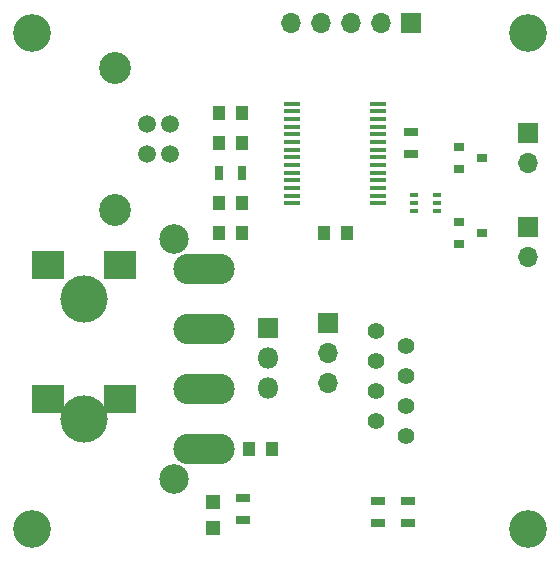
<source format=gts>
G04 #@! TF.FileFunction,Soldermask,Top*
%FSLAX46Y46*%
G04 Gerber Fmt 4.6, Leading zero omitted, Abs format (unit mm)*
G04 Created by KiCad (PCBNEW 4.0.6) date 07/30/17 21:30:07*
%MOMM*%
%LPD*%
G01*
G04 APERTURE LIST*
%ADD10C,0.100000*%
%ADD11C,3.200000*%
%ADD12R,1.300000X0.700000*%
%ADD13R,1.700000X1.700000*%
%ADD14O,1.700000X1.700000*%
%ADD15R,1.000000X1.250000*%
%ADD16R,0.700000X1.300000*%
%ADD17O,5.199380X2.598420*%
%ADD18C,3.997960*%
%ADD19C,2.499360*%
%ADD20R,0.900000X0.800000*%
%ADD21R,1.800000X1.800000*%
%ADD22O,1.800000X1.800000*%
%ADD23C,1.422400*%
%ADD24R,2.800000X2.400000*%
%ADD25R,1.397000X0.348000*%
%ADD26R,0.650000X0.400000*%
%ADD27C,1.520000*%
%ADD28C,2.700000*%
%ADD29R,1.200000X1.200000*%
G04 APERTURE END LIST*
D10*
D11*
X208000000Y-44000000D03*
X250000000Y-44000000D03*
X250000000Y-86000000D03*
X208000000Y-86000000D03*
D12*
X239776000Y-83632000D03*
X239776000Y-85532000D03*
X237236000Y-83632000D03*
X237236000Y-85532000D03*
D13*
X233000000Y-68580000D03*
D14*
X233000000Y-71120000D03*
X233000000Y-73660000D03*
D15*
X226330000Y-79248000D03*
X228330000Y-79248000D03*
X223790000Y-58420000D03*
X225790000Y-58420000D03*
X223790000Y-53340000D03*
X225790000Y-53340000D03*
X234680000Y-60960000D03*
X232680000Y-60960000D03*
X223790000Y-60960000D03*
X225790000Y-60960000D03*
X225790000Y-50800000D03*
X223790000Y-50800000D03*
D13*
X240030000Y-43180000D03*
D14*
X237490000Y-43180000D03*
X234950000Y-43180000D03*
X232410000Y-43180000D03*
X229870000Y-43180000D03*
D16*
X223840000Y-55880000D03*
X225740000Y-55880000D03*
D13*
X250000000Y-60460000D03*
D14*
X250000000Y-63000000D03*
D13*
X250000000Y-52460000D03*
D14*
X250000000Y-55000000D03*
D17*
X222540000Y-79240000D03*
X222540000Y-74160000D03*
X222540000Y-69080000D03*
X222540000Y-64000000D03*
D18*
X212380000Y-76700000D03*
X212380000Y-66540000D03*
D19*
X220000000Y-81780000D03*
X220000000Y-61460000D03*
D20*
X244110000Y-53660000D03*
X244110000Y-55560000D03*
X246110000Y-54610000D03*
X244110000Y-60010000D03*
X244110000Y-61910000D03*
X246110000Y-60960000D03*
D12*
X240030000Y-52390000D03*
X240030000Y-54290000D03*
X225806000Y-85278000D03*
X225806000Y-83378000D03*
D21*
X228000000Y-69000000D03*
D22*
X228000000Y-71540000D03*
X228000000Y-74080000D03*
D23*
X239650000Y-78160000D03*
X237110000Y-76890000D03*
X239650000Y-75620000D03*
X237110000Y-74350000D03*
X239650000Y-73080000D03*
X237110000Y-71810000D03*
X239650000Y-70540000D03*
X237110000Y-69270000D03*
D24*
X209296000Y-63642000D03*
X215396000Y-63642000D03*
X209296000Y-75042000D03*
X215396000Y-75042000D03*
D25*
X230000000Y-58450000D03*
X230000000Y-57800000D03*
X230000000Y-57150000D03*
X230000000Y-56500000D03*
X230000000Y-55850000D03*
X230000000Y-55200000D03*
X230000000Y-54550000D03*
X230000000Y-53250000D03*
X230000000Y-53900000D03*
X230000000Y-52600000D03*
X230000000Y-51950000D03*
X230000000Y-51300000D03*
X230000000Y-50650000D03*
X230000000Y-50000000D03*
X237312000Y-58450000D03*
X237312000Y-57800000D03*
X237312000Y-57150000D03*
X237312000Y-56500000D03*
X237312000Y-55850000D03*
X237312000Y-55200000D03*
X237312000Y-54550000D03*
X237312000Y-53900000D03*
X237312000Y-53250000D03*
X237312000Y-52600000D03*
X237312000Y-51950000D03*
X237312000Y-51300000D03*
X237312000Y-50650000D03*
X237312000Y-50000000D03*
D26*
X240350000Y-57770000D03*
X240350000Y-59070000D03*
X242250000Y-58420000D03*
X240350000Y-58420000D03*
X242250000Y-59070000D03*
X242250000Y-57770000D03*
D27*
X219700000Y-51730000D03*
X219700000Y-54270000D03*
X217700000Y-54270000D03*
X217700000Y-51730000D03*
D28*
X215000000Y-47000000D03*
X215000000Y-59000000D03*
D29*
X223266000Y-83736000D03*
X223266000Y-85936000D03*
M02*

</source>
